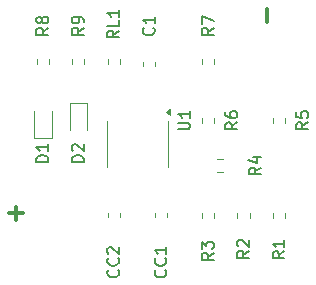
<source format=gbr>
%TF.GenerationSoftware,KiCad,Pcbnew,8.0.3*%
%TF.CreationDate,2025-04-22T23:10:12+03:00*%
%TF.ProjectId,mihai555,6d696861-6935-4353-952e-6b696361645f,rev?*%
%TF.SameCoordinates,Original*%
%TF.FileFunction,Legend,Top*%
%TF.FilePolarity,Positive*%
%FSLAX46Y46*%
G04 Gerber Fmt 4.6, Leading zero omitted, Abs format (unit mm)*
G04 Created by KiCad (PCBNEW 8.0.3) date 2025-04-22 23:10:12*
%MOMM*%
%LPD*%
G01*
G04 APERTURE LIST*
%ADD10C,0.300000*%
%ADD11C,0.150000*%
%ADD12C,0.120000*%
G04 APERTURE END LIST*
D10*
X69970600Y-73554510D02*
X69970600Y-74697368D01*
X48729400Y-91445489D02*
X48729400Y-90302632D01*
X49300828Y-90874060D02*
X48157971Y-90874060D01*
D11*
X54454819Y-75166666D02*
X53978628Y-75499999D01*
X54454819Y-75738094D02*
X53454819Y-75738094D01*
X53454819Y-75738094D02*
X53454819Y-75357142D01*
X53454819Y-75357142D02*
X53502438Y-75261904D01*
X53502438Y-75261904D02*
X53550057Y-75214285D01*
X53550057Y-75214285D02*
X53645295Y-75166666D01*
X53645295Y-75166666D02*
X53788152Y-75166666D01*
X53788152Y-75166666D02*
X53883390Y-75214285D01*
X53883390Y-75214285D02*
X53931009Y-75261904D01*
X53931009Y-75261904D02*
X53978628Y-75357142D01*
X53978628Y-75357142D02*
X53978628Y-75738094D01*
X54454819Y-74690475D02*
X54454819Y-74499999D01*
X54454819Y-74499999D02*
X54407200Y-74404761D01*
X54407200Y-74404761D02*
X54359580Y-74357142D01*
X54359580Y-74357142D02*
X54216723Y-74261904D01*
X54216723Y-74261904D02*
X54026247Y-74214285D01*
X54026247Y-74214285D02*
X53645295Y-74214285D01*
X53645295Y-74214285D02*
X53550057Y-74261904D01*
X53550057Y-74261904D02*
X53502438Y-74309523D01*
X53502438Y-74309523D02*
X53454819Y-74404761D01*
X53454819Y-74404761D02*
X53454819Y-74595237D01*
X53454819Y-74595237D02*
X53502438Y-74690475D01*
X53502438Y-74690475D02*
X53550057Y-74738094D01*
X53550057Y-74738094D02*
X53645295Y-74785713D01*
X53645295Y-74785713D02*
X53883390Y-74785713D01*
X53883390Y-74785713D02*
X53978628Y-74738094D01*
X53978628Y-74738094D02*
X54026247Y-74690475D01*
X54026247Y-74690475D02*
X54073866Y-74595237D01*
X54073866Y-74595237D02*
X54073866Y-74404761D01*
X54073866Y-74404761D02*
X54026247Y-74309523D01*
X54026247Y-74309523D02*
X53978628Y-74261904D01*
X53978628Y-74261904D02*
X53883390Y-74214285D01*
X68454819Y-94041666D02*
X67978628Y-94374999D01*
X68454819Y-94613094D02*
X67454819Y-94613094D01*
X67454819Y-94613094D02*
X67454819Y-94232142D01*
X67454819Y-94232142D02*
X67502438Y-94136904D01*
X67502438Y-94136904D02*
X67550057Y-94089285D01*
X67550057Y-94089285D02*
X67645295Y-94041666D01*
X67645295Y-94041666D02*
X67788152Y-94041666D01*
X67788152Y-94041666D02*
X67883390Y-94089285D01*
X67883390Y-94089285D02*
X67931009Y-94136904D01*
X67931009Y-94136904D02*
X67978628Y-94232142D01*
X67978628Y-94232142D02*
X67978628Y-94613094D01*
X67550057Y-93660713D02*
X67502438Y-93613094D01*
X67502438Y-93613094D02*
X67454819Y-93517856D01*
X67454819Y-93517856D02*
X67454819Y-93279761D01*
X67454819Y-93279761D02*
X67502438Y-93184523D01*
X67502438Y-93184523D02*
X67550057Y-93136904D01*
X67550057Y-93136904D02*
X67645295Y-93089285D01*
X67645295Y-93089285D02*
X67740533Y-93089285D01*
X67740533Y-93089285D02*
X67883390Y-93136904D01*
X67883390Y-93136904D02*
X68454819Y-93708332D01*
X68454819Y-93708332D02*
X68454819Y-93089285D01*
X73454819Y-83166666D02*
X72978628Y-83499999D01*
X73454819Y-83738094D02*
X72454819Y-83738094D01*
X72454819Y-83738094D02*
X72454819Y-83357142D01*
X72454819Y-83357142D02*
X72502438Y-83261904D01*
X72502438Y-83261904D02*
X72550057Y-83214285D01*
X72550057Y-83214285D02*
X72645295Y-83166666D01*
X72645295Y-83166666D02*
X72788152Y-83166666D01*
X72788152Y-83166666D02*
X72883390Y-83214285D01*
X72883390Y-83214285D02*
X72931009Y-83261904D01*
X72931009Y-83261904D02*
X72978628Y-83357142D01*
X72978628Y-83357142D02*
X72978628Y-83738094D01*
X72454819Y-82261904D02*
X72454819Y-82738094D01*
X72454819Y-82738094D02*
X72931009Y-82785713D01*
X72931009Y-82785713D02*
X72883390Y-82738094D01*
X72883390Y-82738094D02*
X72835771Y-82642856D01*
X72835771Y-82642856D02*
X72835771Y-82404761D01*
X72835771Y-82404761D02*
X72883390Y-82309523D01*
X72883390Y-82309523D02*
X72931009Y-82261904D01*
X72931009Y-82261904D02*
X73026247Y-82214285D01*
X73026247Y-82214285D02*
X73264342Y-82214285D01*
X73264342Y-82214285D02*
X73359580Y-82261904D01*
X73359580Y-82261904D02*
X73407200Y-82309523D01*
X73407200Y-82309523D02*
X73454819Y-82404761D01*
X73454819Y-82404761D02*
X73454819Y-82642856D01*
X73454819Y-82642856D02*
X73407200Y-82738094D01*
X73407200Y-82738094D02*
X73359580Y-82785713D01*
X57454819Y-75396428D02*
X56978628Y-75729761D01*
X57454819Y-75967856D02*
X56454819Y-75967856D01*
X56454819Y-75967856D02*
X56454819Y-75586904D01*
X56454819Y-75586904D02*
X56502438Y-75491666D01*
X56502438Y-75491666D02*
X56550057Y-75444047D01*
X56550057Y-75444047D02*
X56645295Y-75396428D01*
X56645295Y-75396428D02*
X56788152Y-75396428D01*
X56788152Y-75396428D02*
X56883390Y-75444047D01*
X56883390Y-75444047D02*
X56931009Y-75491666D01*
X56931009Y-75491666D02*
X56978628Y-75586904D01*
X56978628Y-75586904D02*
X56978628Y-75967856D01*
X57454819Y-74491666D02*
X57454819Y-74967856D01*
X57454819Y-74967856D02*
X56454819Y-74967856D01*
X57454819Y-73634523D02*
X57454819Y-74205951D01*
X57454819Y-73920237D02*
X56454819Y-73920237D01*
X56454819Y-73920237D02*
X56597676Y-74015475D01*
X56597676Y-74015475D02*
X56692914Y-74110713D01*
X56692914Y-74110713D02*
X56740533Y-74205951D01*
X60359580Y-75166666D02*
X60407200Y-75214285D01*
X60407200Y-75214285D02*
X60454819Y-75357142D01*
X60454819Y-75357142D02*
X60454819Y-75452380D01*
X60454819Y-75452380D02*
X60407200Y-75595237D01*
X60407200Y-75595237D02*
X60311961Y-75690475D01*
X60311961Y-75690475D02*
X60216723Y-75738094D01*
X60216723Y-75738094D02*
X60026247Y-75785713D01*
X60026247Y-75785713D02*
X59883390Y-75785713D01*
X59883390Y-75785713D02*
X59692914Y-75738094D01*
X59692914Y-75738094D02*
X59597676Y-75690475D01*
X59597676Y-75690475D02*
X59502438Y-75595237D01*
X59502438Y-75595237D02*
X59454819Y-75452380D01*
X59454819Y-75452380D02*
X59454819Y-75357142D01*
X59454819Y-75357142D02*
X59502438Y-75214285D01*
X59502438Y-75214285D02*
X59550057Y-75166666D01*
X60454819Y-74214285D02*
X60454819Y-74785713D01*
X60454819Y-74499999D02*
X59454819Y-74499999D01*
X59454819Y-74499999D02*
X59597676Y-74595237D01*
X59597676Y-74595237D02*
X59692914Y-74690475D01*
X59692914Y-74690475D02*
X59740533Y-74785713D01*
X67454819Y-83166666D02*
X66978628Y-83499999D01*
X67454819Y-83738094D02*
X66454819Y-83738094D01*
X66454819Y-83738094D02*
X66454819Y-83357142D01*
X66454819Y-83357142D02*
X66502438Y-83261904D01*
X66502438Y-83261904D02*
X66550057Y-83214285D01*
X66550057Y-83214285D02*
X66645295Y-83166666D01*
X66645295Y-83166666D02*
X66788152Y-83166666D01*
X66788152Y-83166666D02*
X66883390Y-83214285D01*
X66883390Y-83214285D02*
X66931009Y-83261904D01*
X66931009Y-83261904D02*
X66978628Y-83357142D01*
X66978628Y-83357142D02*
X66978628Y-83738094D01*
X66454819Y-82309523D02*
X66454819Y-82499999D01*
X66454819Y-82499999D02*
X66502438Y-82595237D01*
X66502438Y-82595237D02*
X66550057Y-82642856D01*
X66550057Y-82642856D02*
X66692914Y-82738094D01*
X66692914Y-82738094D02*
X66883390Y-82785713D01*
X66883390Y-82785713D02*
X67264342Y-82785713D01*
X67264342Y-82785713D02*
X67359580Y-82738094D01*
X67359580Y-82738094D02*
X67407200Y-82690475D01*
X67407200Y-82690475D02*
X67454819Y-82595237D01*
X67454819Y-82595237D02*
X67454819Y-82404761D01*
X67454819Y-82404761D02*
X67407200Y-82309523D01*
X67407200Y-82309523D02*
X67359580Y-82261904D01*
X67359580Y-82261904D02*
X67264342Y-82214285D01*
X67264342Y-82214285D02*
X67026247Y-82214285D01*
X67026247Y-82214285D02*
X66931009Y-82261904D01*
X66931009Y-82261904D02*
X66883390Y-82309523D01*
X66883390Y-82309523D02*
X66835771Y-82404761D01*
X66835771Y-82404761D02*
X66835771Y-82595237D01*
X66835771Y-82595237D02*
X66883390Y-82690475D01*
X66883390Y-82690475D02*
X66931009Y-82738094D01*
X66931009Y-82738094D02*
X67026247Y-82785713D01*
X65454819Y-75166666D02*
X64978628Y-75499999D01*
X65454819Y-75738094D02*
X64454819Y-75738094D01*
X64454819Y-75738094D02*
X64454819Y-75357142D01*
X64454819Y-75357142D02*
X64502438Y-75261904D01*
X64502438Y-75261904D02*
X64550057Y-75214285D01*
X64550057Y-75214285D02*
X64645295Y-75166666D01*
X64645295Y-75166666D02*
X64788152Y-75166666D01*
X64788152Y-75166666D02*
X64883390Y-75214285D01*
X64883390Y-75214285D02*
X64931009Y-75261904D01*
X64931009Y-75261904D02*
X64978628Y-75357142D01*
X64978628Y-75357142D02*
X64978628Y-75738094D01*
X64454819Y-74833332D02*
X64454819Y-74166666D01*
X64454819Y-74166666D02*
X65454819Y-74595237D01*
X51454819Y-75166666D02*
X50978628Y-75499999D01*
X51454819Y-75738094D02*
X50454819Y-75738094D01*
X50454819Y-75738094D02*
X50454819Y-75357142D01*
X50454819Y-75357142D02*
X50502438Y-75261904D01*
X50502438Y-75261904D02*
X50550057Y-75214285D01*
X50550057Y-75214285D02*
X50645295Y-75166666D01*
X50645295Y-75166666D02*
X50788152Y-75166666D01*
X50788152Y-75166666D02*
X50883390Y-75214285D01*
X50883390Y-75214285D02*
X50931009Y-75261904D01*
X50931009Y-75261904D02*
X50978628Y-75357142D01*
X50978628Y-75357142D02*
X50978628Y-75738094D01*
X50883390Y-74595237D02*
X50835771Y-74690475D01*
X50835771Y-74690475D02*
X50788152Y-74738094D01*
X50788152Y-74738094D02*
X50692914Y-74785713D01*
X50692914Y-74785713D02*
X50645295Y-74785713D01*
X50645295Y-74785713D02*
X50550057Y-74738094D01*
X50550057Y-74738094D02*
X50502438Y-74690475D01*
X50502438Y-74690475D02*
X50454819Y-74595237D01*
X50454819Y-74595237D02*
X50454819Y-74404761D01*
X50454819Y-74404761D02*
X50502438Y-74309523D01*
X50502438Y-74309523D02*
X50550057Y-74261904D01*
X50550057Y-74261904D02*
X50645295Y-74214285D01*
X50645295Y-74214285D02*
X50692914Y-74214285D01*
X50692914Y-74214285D02*
X50788152Y-74261904D01*
X50788152Y-74261904D02*
X50835771Y-74309523D01*
X50835771Y-74309523D02*
X50883390Y-74404761D01*
X50883390Y-74404761D02*
X50883390Y-74595237D01*
X50883390Y-74595237D02*
X50931009Y-74690475D01*
X50931009Y-74690475D02*
X50978628Y-74738094D01*
X50978628Y-74738094D02*
X51073866Y-74785713D01*
X51073866Y-74785713D02*
X51264342Y-74785713D01*
X51264342Y-74785713D02*
X51359580Y-74738094D01*
X51359580Y-74738094D02*
X51407200Y-74690475D01*
X51407200Y-74690475D02*
X51454819Y-74595237D01*
X51454819Y-74595237D02*
X51454819Y-74404761D01*
X51454819Y-74404761D02*
X51407200Y-74309523D01*
X51407200Y-74309523D02*
X51359580Y-74261904D01*
X51359580Y-74261904D02*
X51264342Y-74214285D01*
X51264342Y-74214285D02*
X51073866Y-74214285D01*
X51073866Y-74214285D02*
X50978628Y-74261904D01*
X50978628Y-74261904D02*
X50931009Y-74309523D01*
X50931009Y-74309523D02*
X50883390Y-74404761D01*
X71454819Y-94096666D02*
X70978628Y-94429999D01*
X71454819Y-94668094D02*
X70454819Y-94668094D01*
X70454819Y-94668094D02*
X70454819Y-94287142D01*
X70454819Y-94287142D02*
X70502438Y-94191904D01*
X70502438Y-94191904D02*
X70550057Y-94144285D01*
X70550057Y-94144285D02*
X70645295Y-94096666D01*
X70645295Y-94096666D02*
X70788152Y-94096666D01*
X70788152Y-94096666D02*
X70883390Y-94144285D01*
X70883390Y-94144285D02*
X70931009Y-94191904D01*
X70931009Y-94191904D02*
X70978628Y-94287142D01*
X70978628Y-94287142D02*
X70978628Y-94668094D01*
X71454819Y-93144285D02*
X71454819Y-93715713D01*
X71454819Y-93429999D02*
X70454819Y-93429999D01*
X70454819Y-93429999D02*
X70597676Y-93525237D01*
X70597676Y-93525237D02*
X70692914Y-93620475D01*
X70692914Y-93620475D02*
X70740533Y-93715713D01*
X62454819Y-83761904D02*
X63264342Y-83761904D01*
X63264342Y-83761904D02*
X63359580Y-83714285D01*
X63359580Y-83714285D02*
X63407200Y-83666666D01*
X63407200Y-83666666D02*
X63454819Y-83571428D01*
X63454819Y-83571428D02*
X63454819Y-83380952D01*
X63454819Y-83380952D02*
X63407200Y-83285714D01*
X63407200Y-83285714D02*
X63359580Y-83238095D01*
X63359580Y-83238095D02*
X63264342Y-83190476D01*
X63264342Y-83190476D02*
X62454819Y-83190476D01*
X63454819Y-82190476D02*
X63454819Y-82761904D01*
X63454819Y-82476190D02*
X62454819Y-82476190D01*
X62454819Y-82476190D02*
X62597676Y-82571428D01*
X62597676Y-82571428D02*
X62692914Y-82666666D01*
X62692914Y-82666666D02*
X62740533Y-82761904D01*
X69454819Y-86991666D02*
X68978628Y-87324999D01*
X69454819Y-87563094D02*
X68454819Y-87563094D01*
X68454819Y-87563094D02*
X68454819Y-87182142D01*
X68454819Y-87182142D02*
X68502438Y-87086904D01*
X68502438Y-87086904D02*
X68550057Y-87039285D01*
X68550057Y-87039285D02*
X68645295Y-86991666D01*
X68645295Y-86991666D02*
X68788152Y-86991666D01*
X68788152Y-86991666D02*
X68883390Y-87039285D01*
X68883390Y-87039285D02*
X68931009Y-87086904D01*
X68931009Y-87086904D02*
X68978628Y-87182142D01*
X68978628Y-87182142D02*
X68978628Y-87563094D01*
X68788152Y-86134523D02*
X69454819Y-86134523D01*
X68407200Y-86372618D02*
X69121485Y-86610713D01*
X69121485Y-86610713D02*
X69121485Y-85991666D01*
X54454819Y-86525594D02*
X53454819Y-86525594D01*
X53454819Y-86525594D02*
X53454819Y-86287499D01*
X53454819Y-86287499D02*
X53502438Y-86144642D01*
X53502438Y-86144642D02*
X53597676Y-86049404D01*
X53597676Y-86049404D02*
X53692914Y-86001785D01*
X53692914Y-86001785D02*
X53883390Y-85954166D01*
X53883390Y-85954166D02*
X54026247Y-85954166D01*
X54026247Y-85954166D02*
X54216723Y-86001785D01*
X54216723Y-86001785D02*
X54311961Y-86049404D01*
X54311961Y-86049404D02*
X54407200Y-86144642D01*
X54407200Y-86144642D02*
X54454819Y-86287499D01*
X54454819Y-86287499D02*
X54454819Y-86525594D01*
X53550057Y-85573213D02*
X53502438Y-85525594D01*
X53502438Y-85525594D02*
X53454819Y-85430356D01*
X53454819Y-85430356D02*
X53454819Y-85192261D01*
X53454819Y-85192261D02*
X53502438Y-85097023D01*
X53502438Y-85097023D02*
X53550057Y-85049404D01*
X53550057Y-85049404D02*
X53645295Y-85001785D01*
X53645295Y-85001785D02*
X53740533Y-85001785D01*
X53740533Y-85001785D02*
X53883390Y-85049404D01*
X53883390Y-85049404D02*
X54454819Y-85620832D01*
X54454819Y-85620832D02*
X54454819Y-85001785D01*
X57359580Y-95666666D02*
X57407200Y-95714285D01*
X57407200Y-95714285D02*
X57454819Y-95857142D01*
X57454819Y-95857142D02*
X57454819Y-95952380D01*
X57454819Y-95952380D02*
X57407200Y-96095237D01*
X57407200Y-96095237D02*
X57311961Y-96190475D01*
X57311961Y-96190475D02*
X57216723Y-96238094D01*
X57216723Y-96238094D02*
X57026247Y-96285713D01*
X57026247Y-96285713D02*
X56883390Y-96285713D01*
X56883390Y-96285713D02*
X56692914Y-96238094D01*
X56692914Y-96238094D02*
X56597676Y-96190475D01*
X56597676Y-96190475D02*
X56502438Y-96095237D01*
X56502438Y-96095237D02*
X56454819Y-95952380D01*
X56454819Y-95952380D02*
X56454819Y-95857142D01*
X56454819Y-95857142D02*
X56502438Y-95714285D01*
X56502438Y-95714285D02*
X56550057Y-95666666D01*
X57359580Y-94666666D02*
X57407200Y-94714285D01*
X57407200Y-94714285D02*
X57454819Y-94857142D01*
X57454819Y-94857142D02*
X57454819Y-94952380D01*
X57454819Y-94952380D02*
X57407200Y-95095237D01*
X57407200Y-95095237D02*
X57311961Y-95190475D01*
X57311961Y-95190475D02*
X57216723Y-95238094D01*
X57216723Y-95238094D02*
X57026247Y-95285713D01*
X57026247Y-95285713D02*
X56883390Y-95285713D01*
X56883390Y-95285713D02*
X56692914Y-95238094D01*
X56692914Y-95238094D02*
X56597676Y-95190475D01*
X56597676Y-95190475D02*
X56502438Y-95095237D01*
X56502438Y-95095237D02*
X56454819Y-94952380D01*
X56454819Y-94952380D02*
X56454819Y-94857142D01*
X56454819Y-94857142D02*
X56502438Y-94714285D01*
X56502438Y-94714285D02*
X56550057Y-94666666D01*
X56550057Y-94285713D02*
X56502438Y-94238094D01*
X56502438Y-94238094D02*
X56454819Y-94142856D01*
X56454819Y-94142856D02*
X56454819Y-93904761D01*
X56454819Y-93904761D02*
X56502438Y-93809523D01*
X56502438Y-93809523D02*
X56550057Y-93761904D01*
X56550057Y-93761904D02*
X56645295Y-93714285D01*
X56645295Y-93714285D02*
X56740533Y-93714285D01*
X56740533Y-93714285D02*
X56883390Y-93761904D01*
X56883390Y-93761904D02*
X57454819Y-94333332D01*
X57454819Y-94333332D02*
X57454819Y-93714285D01*
X65454819Y-94216666D02*
X64978628Y-94549999D01*
X65454819Y-94788094D02*
X64454819Y-94788094D01*
X64454819Y-94788094D02*
X64454819Y-94407142D01*
X64454819Y-94407142D02*
X64502438Y-94311904D01*
X64502438Y-94311904D02*
X64550057Y-94264285D01*
X64550057Y-94264285D02*
X64645295Y-94216666D01*
X64645295Y-94216666D02*
X64788152Y-94216666D01*
X64788152Y-94216666D02*
X64883390Y-94264285D01*
X64883390Y-94264285D02*
X64931009Y-94311904D01*
X64931009Y-94311904D02*
X64978628Y-94407142D01*
X64978628Y-94407142D02*
X64978628Y-94788094D01*
X64454819Y-93883332D02*
X64454819Y-93264285D01*
X64454819Y-93264285D02*
X64835771Y-93597618D01*
X64835771Y-93597618D02*
X64835771Y-93454761D01*
X64835771Y-93454761D02*
X64883390Y-93359523D01*
X64883390Y-93359523D02*
X64931009Y-93311904D01*
X64931009Y-93311904D02*
X65026247Y-93264285D01*
X65026247Y-93264285D02*
X65264342Y-93264285D01*
X65264342Y-93264285D02*
X65359580Y-93311904D01*
X65359580Y-93311904D02*
X65407200Y-93359523D01*
X65407200Y-93359523D02*
X65454819Y-93454761D01*
X65454819Y-93454761D02*
X65454819Y-93740475D01*
X65454819Y-93740475D02*
X65407200Y-93835713D01*
X65407200Y-93835713D02*
X65359580Y-93883332D01*
X61359580Y-95666666D02*
X61407200Y-95714285D01*
X61407200Y-95714285D02*
X61454819Y-95857142D01*
X61454819Y-95857142D02*
X61454819Y-95952380D01*
X61454819Y-95952380D02*
X61407200Y-96095237D01*
X61407200Y-96095237D02*
X61311961Y-96190475D01*
X61311961Y-96190475D02*
X61216723Y-96238094D01*
X61216723Y-96238094D02*
X61026247Y-96285713D01*
X61026247Y-96285713D02*
X60883390Y-96285713D01*
X60883390Y-96285713D02*
X60692914Y-96238094D01*
X60692914Y-96238094D02*
X60597676Y-96190475D01*
X60597676Y-96190475D02*
X60502438Y-96095237D01*
X60502438Y-96095237D02*
X60454819Y-95952380D01*
X60454819Y-95952380D02*
X60454819Y-95857142D01*
X60454819Y-95857142D02*
X60502438Y-95714285D01*
X60502438Y-95714285D02*
X60550057Y-95666666D01*
X61359580Y-94666666D02*
X61407200Y-94714285D01*
X61407200Y-94714285D02*
X61454819Y-94857142D01*
X61454819Y-94857142D02*
X61454819Y-94952380D01*
X61454819Y-94952380D02*
X61407200Y-95095237D01*
X61407200Y-95095237D02*
X61311961Y-95190475D01*
X61311961Y-95190475D02*
X61216723Y-95238094D01*
X61216723Y-95238094D02*
X61026247Y-95285713D01*
X61026247Y-95285713D02*
X60883390Y-95285713D01*
X60883390Y-95285713D02*
X60692914Y-95238094D01*
X60692914Y-95238094D02*
X60597676Y-95190475D01*
X60597676Y-95190475D02*
X60502438Y-95095237D01*
X60502438Y-95095237D02*
X60454819Y-94952380D01*
X60454819Y-94952380D02*
X60454819Y-94857142D01*
X60454819Y-94857142D02*
X60502438Y-94714285D01*
X60502438Y-94714285D02*
X60550057Y-94666666D01*
X61454819Y-93714285D02*
X61454819Y-94285713D01*
X61454819Y-93999999D02*
X60454819Y-93999999D01*
X60454819Y-93999999D02*
X60597676Y-94095237D01*
X60597676Y-94095237D02*
X60692914Y-94190475D01*
X60692914Y-94190475D02*
X60740533Y-94285713D01*
X51454819Y-86525594D02*
X50454819Y-86525594D01*
X50454819Y-86525594D02*
X50454819Y-86287499D01*
X50454819Y-86287499D02*
X50502438Y-86144642D01*
X50502438Y-86144642D02*
X50597676Y-86049404D01*
X50597676Y-86049404D02*
X50692914Y-86001785D01*
X50692914Y-86001785D02*
X50883390Y-85954166D01*
X50883390Y-85954166D02*
X51026247Y-85954166D01*
X51026247Y-85954166D02*
X51216723Y-86001785D01*
X51216723Y-86001785D02*
X51311961Y-86049404D01*
X51311961Y-86049404D02*
X51407200Y-86144642D01*
X51407200Y-86144642D02*
X51454819Y-86287499D01*
X51454819Y-86287499D02*
X51454819Y-86525594D01*
X51454819Y-85001785D02*
X51454819Y-85573213D01*
X51454819Y-85287499D02*
X50454819Y-85287499D01*
X50454819Y-85287499D02*
X50597676Y-85382737D01*
X50597676Y-85382737D02*
X50692914Y-85477975D01*
X50692914Y-85477975D02*
X50740533Y-85573213D01*
D12*
%TO.C,R9*%
X53477500Y-78237258D02*
X53477500Y-77762742D01*
X54522500Y-78237258D02*
X54522500Y-77762742D01*
%TO.C,R2*%
X67477500Y-91287258D02*
X67477500Y-90812742D01*
X68522500Y-91287258D02*
X68522500Y-90812742D01*
%TO.C,R5*%
X70477500Y-83237258D02*
X70477500Y-82762742D01*
X71522500Y-83237258D02*
X71522500Y-82762742D01*
%TO.C,RL1*%
X56477500Y-77762742D02*
X56477500Y-78237258D01*
X57522500Y-77762742D02*
X57522500Y-78237258D01*
%TO.C,C1*%
X59490000Y-78365580D02*
X59490000Y-78084420D01*
X60510000Y-78365580D02*
X60510000Y-78084420D01*
%TO.C,R6*%
X64477500Y-83237258D02*
X64477500Y-82762742D01*
X65522500Y-83237258D02*
X65522500Y-82762742D01*
%TO.C,R7*%
X64477500Y-78237258D02*
X64477500Y-77762742D01*
X65522500Y-78237258D02*
X65522500Y-77762742D01*
%TO.C,R8*%
X50477500Y-77762742D02*
X50477500Y-78237258D01*
X51522500Y-77762742D02*
X51522500Y-78237258D01*
%TO.C,R1*%
X70477500Y-91287258D02*
X70477500Y-90812742D01*
X71522500Y-91287258D02*
X71522500Y-90812742D01*
%TO.C,U1*%
X56440000Y-85000000D02*
X56440000Y-83050000D01*
X56440000Y-85000000D02*
X56440000Y-86950000D01*
X61560000Y-85000000D02*
X61560000Y-83050000D01*
X61560000Y-85000000D02*
X61560000Y-86950000D01*
X61795000Y-82540000D02*
X61465000Y-82300000D01*
X61795000Y-82060000D01*
X61795000Y-82540000D01*
G36*
X61795000Y-82540000D02*
G01*
X61465000Y-82300000D01*
X61795000Y-82060000D01*
X61795000Y-82540000D01*
G37*
%TO.C,R4*%
X65762742Y-86302500D02*
X66237258Y-86302500D01*
X65762742Y-87347500D02*
X66237258Y-87347500D01*
%TO.C,D2*%
X53265000Y-81515000D02*
X53265000Y-83800000D01*
X54735000Y-81515000D02*
X53265000Y-81515000D01*
X54735000Y-83800000D02*
X54735000Y-81515000D01*
%TO.C,CC2*%
X56490000Y-90859420D02*
X56490000Y-91140580D01*
X57510000Y-90859420D02*
X57510000Y-91140580D01*
%TO.C,R3*%
X64477500Y-91287258D02*
X64477500Y-90812742D01*
X65522500Y-91287258D02*
X65522500Y-90812742D01*
%TO.C,CC1*%
X60490000Y-90859420D02*
X60490000Y-91140580D01*
X61510000Y-90859420D02*
X61510000Y-91140580D01*
%TO.C,D1*%
X50265000Y-82200000D02*
X50265000Y-84485000D01*
X50265000Y-84485000D02*
X51735000Y-84485000D01*
X51735000Y-84485000D02*
X51735000Y-82200000D01*
%TD*%
M02*

</source>
